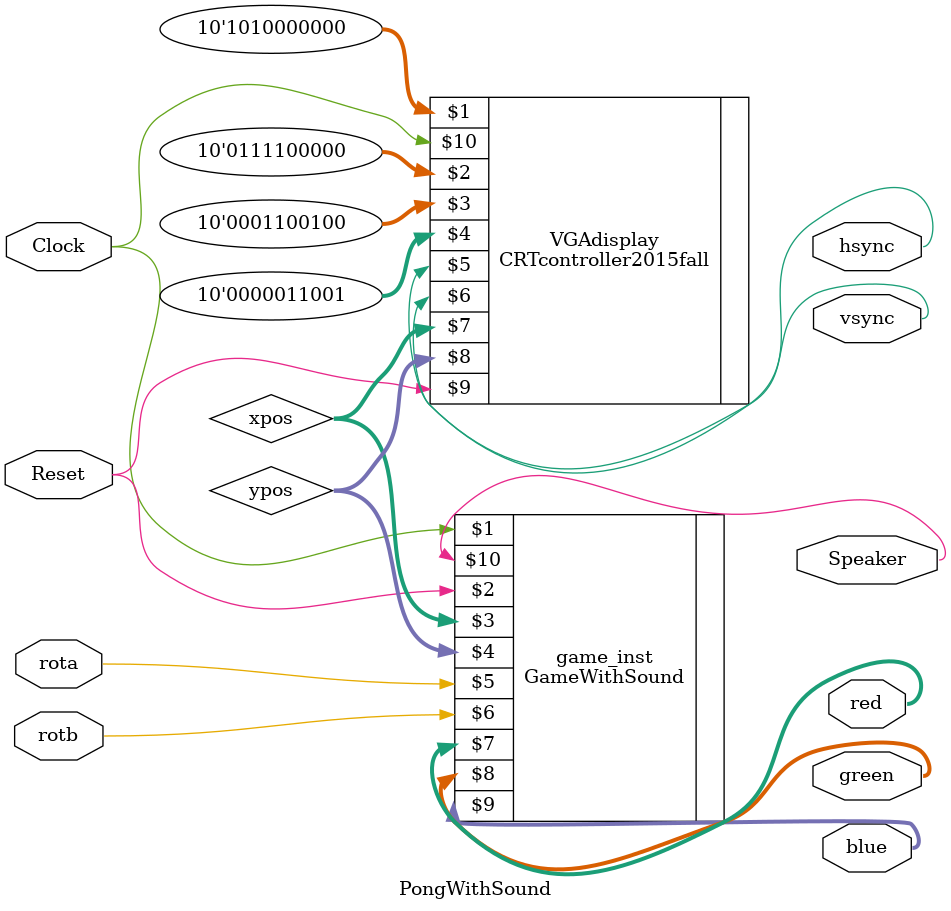
<source format=v>
`timescale 1ns / 1ps
module PongWithSound(
   input Clock, Reset, rota, rotb,
	output [2:0] red,
   output [2:0] green,
   output [1:0] blue,
   output hsync, vsync,
	output Speaker
);

	wire [9:0] xpos;
	wire [9:0] ypos;

	parameter [9:0] NumberofPixels=10'd640, NumberofLines=10'd480;
	parameter [9:0] SystemClockFreq=10'd100, CRTClockFreq=10'd25; //MHz 
	
	CRTcontroller2015fall VGAdisplay(NumberofPixels, NumberofLines, SystemClockFreq, CRTClockFreq, hsync, vsync, xpos, ypos, Reset, Clock);
	GameWithSound game_inst(Clock, Reset, xpos, ypos, rota, rotb, red, green, blue, Speaker);
endmodule

</source>
